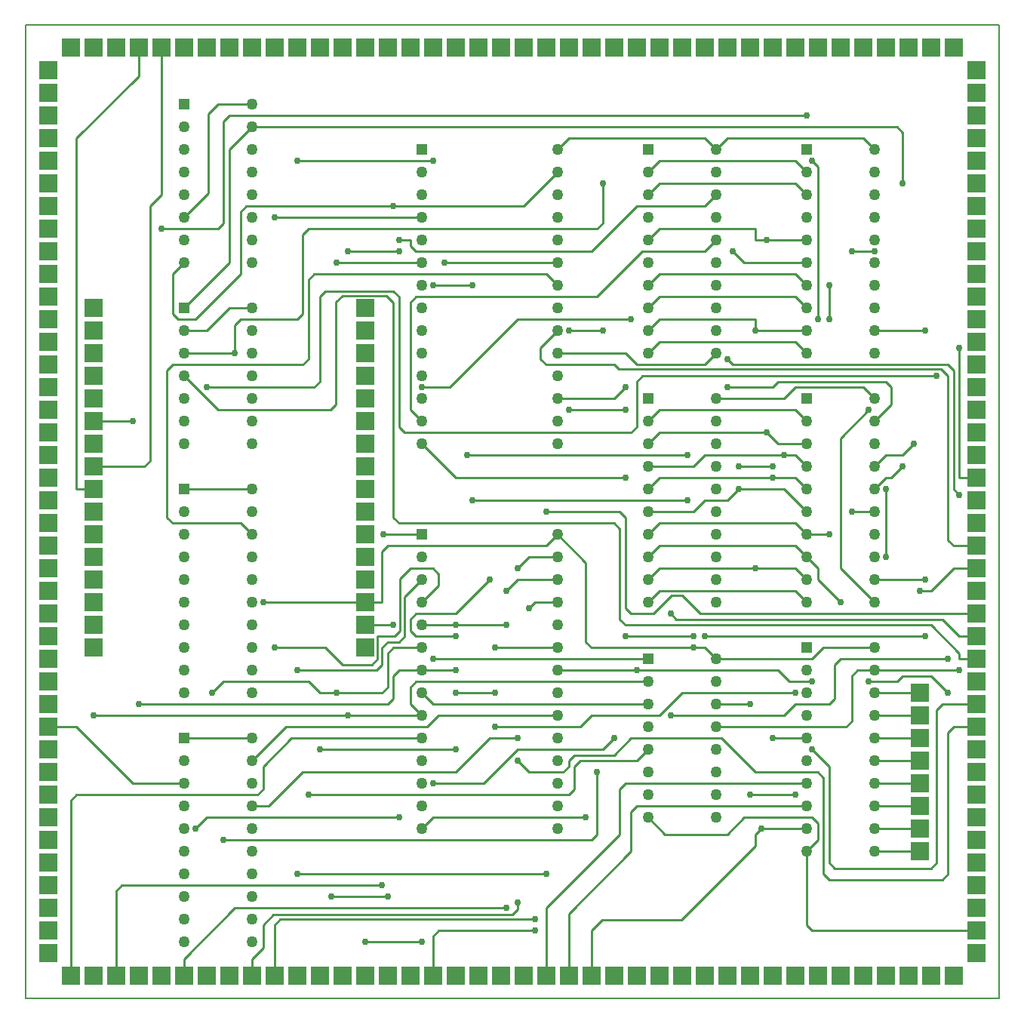
<source format=gbr>
G04 PROTEUS GERBER X2 FILE*
%TF.GenerationSoftware,Labcenter,Proteus,8.13-SP0-Build31525*%
%TF.CreationDate,2022-07-19T01:12:19+00:00*%
%TF.FileFunction,Copper,L1,Top*%
%TF.FilePolarity,Positive*%
%TF.Part,Single*%
%TF.SameCoordinates,{d59f61b6-e7c8-4c59-9098-5d1a923f3759}*%
%FSLAX45Y45*%
%MOMM*%
G01*
%TA.AperFunction,Conductor*%
%ADD10C,0.254000*%
%TA.AperFunction,ViaPad*%
%ADD11C,0.762000*%
%TA.AperFunction,ComponentPad*%
%ADD12R,2.032000X2.032000*%
%TA.AperFunction,ComponentPad*%
%ADD13R,1.270000X1.270000*%
%ADD14C,1.270000*%
%TA.AperFunction,Profile*%
%ADD15C,0.203200*%
%TD.AperFunction*%
D10*
X-1270000Y+2794000D02*
X-1143000Y+2794000D01*
X-1143000Y+2730500D01*
X-1079500Y+2667000D01*
X+889000Y+2667000D01*
X+1397000Y+3175000D01*
X+2158999Y+3175000D01*
X+2286000Y+3302000D01*
X+2286000Y+3302001D01*
X-1016000Y+1143000D02*
X-698500Y+1143000D01*
X+63500Y+1905000D01*
X+1333500Y+1905000D01*
X+2286000Y+2794000D02*
X+2159000Y+2667000D01*
X+1460500Y+2667000D01*
X+952500Y+2159000D01*
X-1079500Y+2159000D01*
X-1143000Y+2095500D01*
X-1143000Y+889000D01*
X-1016000Y+762000D01*
X+1270000Y+1143000D02*
X+1143000Y+1016000D01*
X+508000Y+1016000D01*
X+635000Y+889000D02*
X+1270000Y+889000D01*
X+508000Y+1524000D02*
X+1270000Y+1524000D01*
X+1397000Y+1397000D01*
X+2159000Y+1397000D01*
X+2286000Y+1524000D01*
X+1968500Y+381000D02*
X-508000Y+381000D01*
X-889000Y-3302000D02*
X-317500Y-3302000D01*
X+63500Y-2921000D01*
X+1016000Y-2921000D01*
X+1143000Y-2794000D01*
X+1968500Y-127000D02*
X-444500Y-127000D01*
X+2032000Y-1651000D02*
X+1270000Y-1651000D01*
X-1016000Y-2794000D02*
X-2476500Y-2794000D01*
X-2794000Y-3111500D01*
X-2794000Y-3365500D01*
X-2857500Y-3429000D01*
X-4889500Y-3429000D01*
X-4953000Y-3492500D01*
X-4953000Y-5461000D01*
X-889000Y-1905000D02*
X+1524000Y-1905000D01*
X+381000Y-4318000D02*
X-2413000Y-4318000D01*
X-2159000Y-2921000D02*
X-635000Y-2921000D01*
X-190500Y-1778000D02*
X+508000Y-1778000D01*
X-635000Y-2286000D02*
X-190500Y-2286000D01*
X-762000Y+2540000D02*
X+508000Y+2540000D01*
X-63500Y-1143000D02*
X+63501Y-1015999D01*
X+508000Y-1016000D01*
X+508000Y-1015999D01*
X-1651000Y-5080000D02*
X-1016000Y-5080000D01*
X-1397000Y-4572000D02*
X-2032000Y-4572000D01*
X-1447801Y-508000D02*
X-1016000Y-508000D01*
X-1016000Y-2540000D02*
X-1143000Y-2413000D01*
X-1143000Y-2222500D01*
X-1079500Y-2159000D01*
X+1524000Y-2159000D01*
X-1968500Y-2540000D02*
X-1841500Y-2540000D01*
X-1841500Y+2667000D02*
X-1270000Y+2667000D01*
X-1016000Y-2540000D02*
X-1841500Y-2540000D01*
X-1968500Y-2540000D02*
X-4699000Y-2540000D01*
X-1016000Y-2286000D02*
X-889000Y-2413000D01*
X+1524000Y-2413000D01*
X-1460500Y-4445000D02*
X-4381500Y-4445000D01*
X-4445000Y-4508500D01*
X-4445000Y-5461000D01*
X-1016000Y-2032000D02*
X-1270000Y-2032000D01*
X-1333500Y-2095500D01*
X-1333500Y-2349500D01*
X-1397000Y-2413000D01*
X-4191000Y-2413000D01*
X-1079500Y-1397000D02*
X-635000Y-1397000D01*
X-254000Y-1016000D01*
X-889000Y+2286000D02*
X-444500Y+2286000D01*
X-1016000Y-2032000D02*
X-635000Y-2032000D01*
X-1079500Y-1397000D02*
X-1143000Y-1460500D01*
X-1143000Y-1587500D01*
X-1079500Y-1651000D01*
X-635000Y-1651000D01*
X-1968500Y-2286000D02*
X-1460500Y-2286000D01*
X-1397000Y-2222500D01*
X-1397000Y-1841500D01*
X-1333500Y-1778000D01*
X-1016000Y-1778000D01*
X-2159000Y-2286000D02*
X-2286000Y-2159000D01*
X-3238500Y-2159000D01*
X-3365500Y-2286000D01*
X-1968500Y+2540000D02*
X-1016000Y+2540000D01*
X-2159000Y-2286000D02*
X-1968500Y-2286000D01*
X-635000Y-1524000D02*
X-63500Y-1524000D01*
X-63500Y-4699000D02*
X-3111500Y-4699000D01*
X-3683000Y-5270500D01*
X-3683000Y-5461000D01*
X-635000Y-1524000D02*
X-1016000Y-1524000D01*
X-2667000Y+3048000D02*
X-1016000Y+3048000D01*
X-2667000Y-1778000D02*
X-2095500Y-1778000D01*
X-1905000Y-1968500D01*
X-1574800Y-1968500D01*
X-1511300Y-1905000D01*
X-1511300Y-1651000D01*
X-1320800Y-1651000D01*
X-1257300Y-1587500D01*
X-1257300Y-1003300D01*
X-1143000Y-889000D01*
X-889000Y-889000D01*
X-825500Y-952500D01*
X-825500Y-1079500D01*
X-1016000Y-1270000D01*
X-2413000Y-2032000D02*
X-1524000Y-2032000D01*
X-1460500Y-1968500D01*
X-1460500Y-1778000D01*
X-1397000Y-1714500D01*
X-1270000Y-1714500D01*
X-1206500Y-1651000D01*
X-1206500Y-1206500D01*
X-1016000Y-1016000D01*
X-889000Y+3683000D02*
X-2413000Y+3683000D01*
X+190500Y-1333500D02*
X+254001Y-1269999D01*
X+508000Y-1270000D01*
X+508000Y-1269999D01*
X+63500Y-4635500D02*
X+63500Y-4711700D01*
X+0Y-4775200D01*
X-2679700Y-4775200D01*
X-2794000Y-4889500D01*
X-2794000Y-5143500D01*
X-2921000Y-5270500D01*
X-2921000Y-5461000D01*
X+254000Y-4826000D02*
X-2603500Y-4826000D01*
X-2667000Y-4889500D01*
X-2667000Y-5461000D01*
X+3365500Y+3683000D02*
X+3429000Y+3619500D01*
X+3429000Y+1905000D01*
X+3302000Y+762000D02*
X+3175000Y+889000D01*
X+1651000Y+889000D01*
X+1524000Y+762000D01*
X+254000Y-4953000D02*
X-825500Y-4953000D01*
X-889000Y-5016500D01*
X-889000Y-5461000D01*
X+3175000Y-3429000D02*
X+2667000Y-3429000D01*
X+3302000Y+3556000D02*
X+3175000Y+3683000D01*
X+1651000Y+3683000D01*
X+1524000Y+3556000D01*
X+3302000Y+508000D02*
X+2984500Y+508000D01*
X+2857500Y+635000D01*
X+3175000Y-2286000D02*
X+1905000Y-2286000D01*
X+1651000Y-2540000D01*
X+889000Y-2540000D01*
X+762000Y-2667000D01*
X-190500Y-2667000D01*
X+2857500Y+635000D02*
X+1651000Y+635000D01*
X+1524000Y+508000D01*
X+3302000Y+3302000D02*
X+3175000Y+3429000D01*
X+1651000Y+3429000D01*
X+1524000Y+3302000D01*
X+3048000Y+381000D02*
X+2159000Y+381000D01*
X+2032000Y+254000D01*
X+1524000Y+254000D01*
X+3048000Y+381000D02*
X+3175000Y+381000D01*
X+3302000Y+254000D01*
X+2857500Y+2794000D02*
X+3302000Y+2794000D01*
X+2730500Y+2921000D02*
X+1651000Y+2921000D01*
X+1524000Y+2794000D01*
X+2921000Y-2794000D02*
X+3302000Y-2794000D01*
X+2730500Y+2921000D02*
X+2730500Y+2794000D01*
X+2857500Y+2794000D01*
X+2921000Y+127000D02*
X+1651000Y+127000D01*
X+1524000Y+0D01*
X+2921000Y+127000D02*
X+3175000Y+127000D01*
X+3302000Y+0D01*
X+2540000Y+0D02*
X+2413000Y-127000D01*
X+2159000Y-127000D01*
X+2032000Y-254000D01*
X+1524000Y-254000D01*
X+2476500Y+2667000D02*
X+2603500Y+2540000D01*
X+3302000Y+2540000D01*
X+2540000Y+0D02*
X+3048000Y+0D01*
X+3302000Y-254000D01*
X+2540000Y+254000D02*
X+2921000Y+254000D01*
X+3302000Y-3302000D02*
X+1270000Y-3302000D01*
X+1206500Y-3365500D01*
X+1206500Y-3873500D01*
X+381000Y-4699000D01*
X+381000Y-5461000D01*
X+3556000Y+2286000D02*
X+3556000Y+1905000D01*
X+3302000Y+2286000D02*
X+3175000Y+2413000D01*
X+1651000Y+2413000D01*
X+1524000Y+2286000D01*
X+3302000Y-508000D02*
X+3556000Y-508000D01*
X+3302000Y-508000D02*
X+3175000Y-381000D01*
X+1651000Y-381000D01*
X+1524000Y-508000D01*
X+3302000Y-3556000D02*
X+1397000Y-3556000D01*
X+1333500Y-3619500D01*
X+1333500Y-4064000D01*
X+635000Y-4762500D01*
X+635000Y-5461000D01*
X+3302000Y-762000D02*
X+3429000Y-889000D01*
X+3429000Y-1016000D01*
X+3683000Y-1270000D01*
X+3302000Y+2032000D02*
X+3175000Y+2159000D01*
X+1651000Y+2159000D01*
X+1524000Y+2032000D01*
X+3302000Y-762000D02*
X+3175000Y-635000D01*
X+1651000Y-635000D01*
X+1524000Y-762000D01*
X+2730500Y-4000500D02*
X+1902843Y-4828157D01*
X+1013843Y-4828157D01*
X+889000Y-4953000D01*
X+889000Y-5461000D01*
X+2730500Y+1905000D02*
X+1651000Y+1905000D01*
X+1524000Y+1778000D01*
X+2730500Y-4000500D02*
X+2730500Y-3873500D01*
X+2794000Y-3810000D01*
X+2730500Y+1778000D02*
X+3302000Y+1778000D01*
X+2794000Y-3810000D02*
X+3302000Y-3810000D01*
X+2730500Y+1905000D02*
X+2730500Y+1778000D01*
X+2730500Y-889000D02*
X+1651000Y-889000D01*
X+1524000Y-1016000D01*
X+2730500Y-889000D02*
X+3175000Y-889000D01*
X+3302000Y-1016000D01*
X+4064000Y-2285999D02*
X+4064000Y-2286000D01*
X+4254500Y-2285999D01*
X+4254501Y-2286000D01*
X+4572000Y-2286000D01*
X+4508500Y+508000D02*
X+4381500Y+381000D01*
X+4191000Y+381000D01*
X+4064000Y+254000D01*
X+4572000Y-2540000D02*
X+4571999Y-2539999D01*
X+4318000Y-2539999D01*
X+4317999Y-2540000D01*
X+4064000Y-2540000D01*
X+4381500Y+254000D02*
X+4254500Y+127000D01*
X+4191000Y+127000D01*
X+4064000Y+0D01*
X+4572000Y-2794000D02*
X+4571999Y-2793999D01*
X+4318000Y-2793999D01*
X+4317999Y-2794000D01*
X+4064000Y-2794000D01*
X+3810000Y-254000D02*
X+4064000Y-254000D01*
X+4064000Y+2667000D02*
X+3810000Y+2667000D01*
X+4064000Y-3048000D02*
X+4317999Y-3048000D01*
X+4318000Y-3047999D01*
X+4571999Y-3047999D01*
X+4572000Y-3048000D01*
X+4572000Y-3302000D02*
X+4571999Y-3301999D01*
X+4318000Y-3301999D01*
X+4317999Y-3302000D01*
X+4064000Y-3302000D01*
X+4191000Y-762000D02*
X+4191000Y+0D01*
X+4572000Y-3556000D02*
X+4571999Y-3555999D01*
X+4318000Y-3555999D01*
X+4317999Y-3556000D01*
X+4064000Y-3556000D01*
X+4635500Y+1778000D02*
X+4064000Y+1778000D01*
X+4064000Y-1016000D02*
X+4635500Y-1016000D01*
X+4572000Y-3810000D02*
X+4571999Y-3809999D01*
X+4318000Y-3809999D01*
X+4317999Y-3810000D01*
X+4064000Y-3810000D01*
X+4064000Y-1270000D02*
X+3683000Y-889000D01*
X+3683000Y+571500D01*
X+4000500Y+889000D01*
X+4064000Y-4064000D02*
X+4317999Y-4064000D01*
X+4318000Y-4063999D01*
X+4571999Y-4063999D01*
X+4572000Y-4064000D01*
X+3302000Y-4064000D02*
X+3302000Y-4889500D01*
X+3365500Y-4953000D01*
X+5207000Y-4953000D01*
X-3683000Y+2540000D02*
X-3810000Y+2413000D01*
X-3810000Y+1968500D01*
X-3746500Y+1905000D01*
X-3556000Y+1905000D01*
X-3048000Y+2413000D01*
X-3048000Y+3111500D01*
X-2984500Y+3175000D01*
X-1333500Y+3175000D01*
X+1524000Y-3683000D02*
X+1714500Y-3873500D01*
X+2413000Y-3873500D01*
X+2603500Y-3683000D01*
X+3365500Y-3683000D01*
X+3429000Y-3746500D01*
X+3429000Y-3937000D01*
X+3302000Y-4064000D01*
X+1524000Y+1524000D02*
X+1651000Y+1651000D01*
X+3175000Y+1651000D01*
X+3302000Y+1524000D01*
X-1016000Y-3810000D02*
X-889000Y-3683000D01*
X+825500Y-3683000D01*
X+508000Y+3556001D02*
X+508000Y+3556000D01*
X+126999Y+3175000D01*
X-1333500Y+3175000D01*
X-1333500Y-1524000D02*
X-1651000Y-1524000D01*
X-1270000Y-3683000D02*
X-3429000Y-3683000D01*
X-3556000Y-3810000D01*
X-1016000Y+508000D02*
X-635000Y+127000D01*
X+1270000Y+127000D01*
X+2032000Y-1143000D02*
X+2159000Y-1143000D01*
X+1524000Y-1270000D02*
X+1651000Y-1143000D01*
X+2032000Y-1143000D01*
X+2159000Y-1143000D02*
X+3175000Y-1143000D01*
X+3302000Y-1270000D01*
X-4254500Y+762000D02*
X-4699000Y+762000D01*
X-4699000Y+0D02*
X-4889500Y+0D01*
X-4889500Y+3937000D01*
X-4191000Y+4635500D01*
X-4191000Y+4953000D01*
X-4699000Y+254000D02*
X-4127500Y+254000D01*
X-4064000Y+317500D01*
X-4064000Y+3175000D01*
X-3937000Y+3302000D01*
X-3937000Y+4953000D01*
X-3937000Y+2921000D02*
X-3302000Y+2921000D01*
X-3238500Y+2984500D01*
X-3238500Y+4127500D01*
X-3175000Y+4191000D01*
X+3302000Y+4191000D01*
X-3683000Y-3302000D02*
X-4254500Y-3302000D01*
X-4889500Y-2667000D01*
X-5207000Y-2667000D01*
X+1524000Y-2921000D02*
X+1397000Y-3048000D01*
X+762000Y-3048000D01*
X+698500Y-3111500D01*
X+698500Y-3365500D01*
X+635000Y-3429000D01*
X-2286000Y-3429000D01*
X+1778000Y-2540000D02*
X+3048000Y-2540000D01*
X+3175000Y-2413000D01*
X+3556000Y-2413000D01*
X+3619500Y-2349500D01*
X+3619500Y-1968500D01*
X+3683000Y-1905000D01*
X+4889500Y-1905000D01*
X+2159000Y-1651000D02*
X+4635500Y-1651000D01*
X+5016500Y+1587500D02*
X+5016500Y+127000D01*
X+5207000Y+127000D01*
X+2413000Y+1143000D02*
X+2921000Y+1143000D01*
X+2984500Y+1206500D01*
X+4191000Y+1206500D01*
X+4254500Y+1143000D01*
X+4254500Y+952501D01*
X+4064000Y+762000D01*
X+4064000Y+762001D01*
X+5016500Y-63500D02*
X+4953000Y+0D01*
X+4953000Y+1333500D01*
X+4889500Y+1397000D01*
X+2476500Y+1397000D01*
X+2413000Y+1460500D01*
X+2667000Y-2413000D02*
X+2666999Y-2412999D01*
X+2286000Y-2413000D01*
X+2286000Y-2412999D01*
X+4064000Y-2032000D02*
X+3873501Y-2031999D01*
X+3810000Y-2095500D01*
X+3810000Y-2603500D01*
X+3746500Y-2667000D01*
X+2286000Y-2667000D01*
X+4064000Y-2031999D02*
X+4064000Y-2032000D01*
X+5016499Y-2031999D01*
X+5016500Y-2032000D01*
X-2921000Y-3047999D02*
X-2921000Y-3048000D01*
X-2540001Y-2667000D01*
X-952500Y-2667000D01*
X-825500Y-2540000D01*
X+508000Y-2540000D01*
X+1778000Y-1397000D02*
X+1841500Y-1460500D01*
X+4826000Y-1460500D01*
X+5016500Y-1651000D01*
X+5207000Y-1651000D01*
X-3683000Y+1270000D02*
X-3302000Y+889000D01*
X-2036833Y+889000D01*
X-1973333Y+952500D01*
X-1973333Y+2103367D01*
X-1905000Y+2171700D01*
X-1409700Y+2171700D01*
X-1333500Y+2095500D01*
X-1333500Y-317500D01*
X-1270000Y-381000D01*
X+1143000Y-381000D01*
X+1206500Y-444500D01*
X+1206500Y-1460500D01*
X+1270000Y-1524000D01*
X+4699000Y-1524000D01*
X+5016500Y-1841500D01*
X+5016500Y-1905000D01*
X+5207000Y-1905000D01*
X-3429000Y+1143000D02*
X-2222500Y+1143000D01*
X-2159000Y+1206500D01*
X-2159000Y+2159000D01*
X-2095500Y+2222500D01*
X-1333500Y+2222500D01*
X-1270000Y+2159000D01*
X-1270000Y+698500D01*
X-1206500Y+635000D01*
X+1333500Y+635000D01*
X+1397000Y+698500D01*
X+1397000Y+1206500D01*
X+1460500Y+1270000D01*
X+4762500Y+1270000D01*
X+952500Y-3175000D02*
X+952500Y-3873500D01*
X+889000Y-3937000D01*
X-3238500Y-3937000D01*
X+1651000Y-2032000D02*
X+1397000Y-2032000D01*
X+3365500Y-2921000D02*
X+3556000Y-3111500D01*
X+3556000Y-4191000D01*
X+3619500Y-4254500D01*
X+4699000Y-4254500D01*
X+4762500Y-4191000D01*
X+4762500Y-2476500D01*
X+4826000Y-2413000D01*
X+5207000Y-2413000D01*
X+1651000Y-2032000D02*
X+2984500Y-2032000D01*
X+3111500Y-2159000D01*
X+3365500Y-2159000D01*
X+508000Y-2032000D02*
X+1397000Y-2032000D01*
X+63500Y-889000D02*
X+190501Y-761999D01*
X+508000Y-762000D01*
X+508000Y-761999D01*
X+63500Y-2794000D02*
X-254000Y-2794000D01*
X-635000Y-3175000D01*
X-2349500Y-3175000D01*
X-2730500Y-3556000D01*
X-2921000Y-3556000D01*
X+63500Y-3048000D02*
X+190500Y-3175000D01*
X+571500Y-3175000D01*
X+635000Y-3111500D01*
X+635000Y-3048000D01*
X+698500Y-2984500D01*
X+1143000Y-2984500D01*
X+1333500Y-2794000D01*
X+2349500Y-2794000D01*
X+2730500Y-3175000D01*
X+3429000Y-3175000D01*
X+3492500Y-3238500D01*
X+3492500Y-4318000D01*
X+3556000Y-4381500D01*
X+4826000Y-4381500D01*
X+4889500Y-4318000D01*
X+4889500Y-2730500D01*
X+4953000Y-2667000D01*
X+5207000Y-2667000D01*
X+508000Y+1778000D02*
X+317500Y+1587500D01*
X+317500Y+1460500D01*
X+381000Y+1397000D01*
X+1143000Y+1397000D01*
X+1193800Y+1346200D01*
X+4813300Y+1346200D01*
X+4889500Y+1270000D01*
X+4889500Y-571500D01*
X+4953000Y-635000D01*
X+5207000Y-635000D01*
X-3111500Y+1524000D02*
X-3111500Y+1841500D01*
X-3048000Y+1905000D01*
X-2413000Y+1905000D01*
X-2349500Y+1968500D01*
X-2349500Y+2857500D01*
X-2286000Y+2921000D01*
X+952500Y+2921000D01*
X+1016000Y+2984500D01*
X+1016000Y+3429000D01*
X-3111500Y+1524000D02*
X-3683000Y+1524000D01*
X+635000Y+1778000D02*
X+1016000Y+1778000D01*
X-2921000Y+4064000D02*
X-3175000Y+3810001D01*
X-3175000Y+2540000D01*
X-3683000Y+2032000D01*
X+4572000Y-1143000D02*
X+4699000Y-1143000D01*
X+4953000Y-889000D01*
X+5207000Y-889000D01*
X-2921000Y+4064001D02*
X-2921000Y+4064000D01*
X+4317999Y+4064001D01*
X+4381500Y+4000500D01*
X+4381500Y+3429000D01*
X+508000Y+2286000D02*
X+381000Y+2413000D01*
X-2222500Y+2413000D01*
X-2286000Y+2349500D01*
X-2286000Y+1460500D01*
X-2349500Y+1397000D01*
X-3810000Y+1397000D01*
X-3873500Y+1333500D01*
X-3873500Y-317500D01*
X-3810000Y-381000D01*
X-3047999Y-381000D01*
X-2921000Y-508000D01*
X-2921000Y-507999D01*
X+381000Y-254000D02*
X+1206500Y-254000D01*
X+1270000Y-317500D01*
X+1270000Y-1333500D01*
X+1333500Y-1397000D01*
X+1587500Y-1397000D01*
X+1790700Y-1193800D01*
X+1905000Y-1193800D01*
X+2108200Y-1397000D01*
X+5207000Y-1397000D01*
X-1651000Y-1270000D02*
X-1460500Y-1270000D01*
X-1460500Y-698500D01*
X-1397000Y-635000D01*
X+381000Y-635000D01*
X+508000Y-508000D01*
X-3683000Y+3048000D02*
X-3407388Y+3323612D01*
X-3407388Y+4212612D01*
X-3302000Y+4318000D01*
X-2921000Y+4318000D01*
X+2286000Y-1905000D02*
X+3365500Y-1905000D01*
X+3492500Y-1778000D01*
X+4064000Y-1778000D01*
X+2286000Y+3810000D02*
X+2413000Y+3937000D01*
X+3937000Y+3937000D01*
X+4064000Y+3810000D01*
X+2286000Y+3810000D02*
X+2159000Y+3937000D01*
X+635000Y+3937000D01*
X+508000Y+3810000D01*
X-3683000Y+1778000D02*
X-3429000Y+1778000D01*
X-3175000Y+2032000D01*
X-2921000Y+2032000D01*
X+4889500Y-2286000D02*
X+4699000Y-2095500D01*
X+4381500Y-2095500D01*
X+4318000Y-2159000D01*
X+4000500Y-2159000D01*
X+508000Y-508000D02*
X+825500Y-825500D01*
X+825500Y-1714500D01*
X+889000Y-1778000D01*
X+2032000Y-1778000D01*
X+4064000Y+1016000D02*
X+3937000Y+1143000D01*
X+3175000Y+1143000D01*
X+3048000Y+1016000D01*
X+2286000Y+1016000D01*
X-1651000Y-1270000D02*
X-2794000Y-1270000D01*
X-3683000Y+0D02*
X-2921000Y+0D01*
X-2921000Y-2794000D02*
X-3683000Y-2794000D01*
X+2286000Y-1905000D02*
X+2159000Y-1778000D01*
X+2032000Y-1778000D01*
D11*
X-1270000Y+2794000D03*
X+1333500Y+1905000D03*
X-1016000Y+1143000D03*
X+1270000Y+1143000D03*
X+1270000Y+889000D03*
X+635000Y+889000D03*
X-508000Y+381000D03*
X+1968500Y+381000D03*
X+1143000Y-2794000D03*
X-889000Y-3302000D03*
X-444500Y-127000D03*
X+1968500Y-127000D03*
X+1270000Y-1651000D03*
X+2032000Y-1651000D03*
X-889000Y-1905000D03*
X-2413000Y-4318000D03*
X+381000Y-4318000D03*
X-635000Y-2921000D03*
X-2159000Y-2921000D03*
X-190500Y-1778000D03*
X-190500Y-2286000D03*
X-762000Y+2540000D03*
X-635000Y-2286000D03*
X-63500Y-1143000D03*
X-1016000Y-5080000D03*
X-1651000Y-5080000D03*
X-2032000Y-4572000D03*
X-1397000Y-4572000D03*
X-1447801Y-508000D03*
X-1270000Y+2667000D03*
X-1841500Y+2667000D03*
X-1841500Y-2540000D03*
X-4699000Y-2540000D03*
X-1460500Y-4445000D03*
X-4191000Y-2413000D03*
X-254000Y-1016000D03*
X-444500Y+2286000D03*
X-889000Y+2286000D03*
X-635000Y-2032000D03*
X-635000Y-1651000D03*
X-3365500Y-2286000D03*
X-1968500Y+2540000D03*
X-1968500Y-2286000D03*
X-63500Y-1524000D03*
X-63500Y-4699000D03*
X-635000Y-1524000D03*
X-2667000Y+3048000D03*
X-2667000Y-1778000D03*
X-2413000Y-2032000D03*
X-2413000Y+3683000D03*
X-889000Y+3683000D03*
X+190500Y-1333500D03*
X+63500Y-4635500D03*
X+254000Y-4826000D03*
X+3429000Y+1905000D03*
X+3365500Y+3683000D03*
X+254000Y-4953000D03*
X+2667000Y-3429000D03*
X+3175000Y-3429000D03*
X-190500Y-2667000D03*
X+3175000Y-2286000D03*
X+2857500Y+635000D03*
X+3048000Y+381000D03*
X+2857500Y+2794000D03*
X+2921000Y-2794000D03*
X+2921000Y+127000D03*
X+2921000Y+254000D03*
X+2540000Y+254000D03*
X+2540000Y+0D03*
X+2476500Y+2667000D03*
X+3556000Y+1905000D03*
X+3556000Y+2286000D03*
X+3556000Y-508000D03*
X+3683000Y-1270000D03*
X+2794000Y-3810000D03*
X+2730500Y+1778000D03*
X+2730500Y-889000D03*
X+4508500Y+508000D03*
X+4381500Y+254000D03*
X+3810000Y-254000D03*
X+3810000Y+2667000D03*
X+4064000Y+2667000D03*
X+4191000Y+0D03*
X+4191000Y-762000D03*
X+4635500Y+1778000D03*
X+4635500Y-1016000D03*
X+4000500Y+889000D03*
X+825500Y-3683000D03*
X-1333500Y-1524000D03*
X-3556000Y-3810000D03*
X-1270000Y-3683000D03*
X+1270000Y+127000D03*
X-1333500Y+3175000D03*
X-4254500Y+762000D03*
X+3302000Y+4191000D03*
X-3937000Y+2921000D03*
X-2286000Y-3429000D03*
X+4889500Y-1905000D03*
X+1778000Y-2540000D03*
X+4635500Y-1651000D03*
X+2159000Y-1651000D03*
X+5016500Y+1587500D03*
X+2413000Y+1460500D03*
X+5016500Y-63500D03*
X+2667000Y-2413000D03*
X+2413000Y+1143000D03*
X+5016500Y-2032000D03*
X+1778000Y-1397000D03*
X+4762500Y+1270000D03*
X-3429000Y+1143000D03*
X-3238500Y-3937000D03*
X+952500Y-3175000D03*
X+1397000Y-2032000D03*
X+3365500Y-2921000D03*
X+3365500Y-2159000D03*
X+63500Y-889000D03*
X+63500Y-3048000D03*
X+63500Y-2794000D03*
X+1016000Y+3429000D03*
X+1016000Y+1778000D03*
X+635000Y+1778000D03*
X-3111500Y+1524000D03*
X+4572000Y-1143000D03*
X+4381500Y+3429000D03*
X+381000Y-254000D03*
X+4000500Y-2159000D03*
X+4889500Y-2286000D03*
X+2032000Y-1778000D03*
X-2794000Y-1270000D03*
D12*
X-2921000Y+4953000D03*
X-2667000Y+4953000D03*
X-2413000Y+4953000D03*
X-2159000Y+4953000D03*
X-1905000Y+4953000D03*
X-1651000Y+4953000D03*
X-1397000Y+4953000D03*
X-1143000Y+4953000D03*
X-889000Y+4953000D03*
X-635000Y+4953000D03*
X-381000Y+4953000D03*
X-127000Y+4953000D03*
X+127000Y+4953000D03*
X+381000Y+4953000D03*
X+635000Y+4953000D03*
X+889000Y+4953000D03*
X+1143000Y+4953000D03*
X+1397000Y+4953000D03*
X+1651000Y+4953000D03*
X+1905000Y+4953000D03*
X+2159000Y+4953000D03*
X+2413000Y+4953000D03*
X+2667000Y+4953000D03*
X+2921000Y+4953000D03*
X+3175000Y+4953000D03*
X+3429000Y+4953000D03*
X+3683000Y+4953000D03*
X+3937000Y+4953000D03*
X+4191000Y+4953000D03*
X+4445000Y+4953000D03*
X+4699000Y+4953000D03*
X+4953000Y+4953000D03*
X-4953000Y+4953000D03*
X-4699000Y+4953000D03*
X-4445000Y+4953000D03*
X-4191000Y+4953000D03*
X-3937000Y+4953000D03*
X-3683000Y+4953000D03*
X-3429000Y+4953000D03*
X-3175000Y+4953000D03*
X-4953000Y-5461000D03*
X-4699000Y-5461000D03*
X-4445000Y-5461000D03*
X-4191000Y-5461000D03*
X-3937000Y-5461000D03*
X-3683000Y-5461000D03*
X-3429000Y-5461000D03*
X-3175000Y-5461000D03*
X-2921000Y-5461000D03*
X-2667000Y-5461000D03*
X-2413000Y-5461000D03*
X-2159000Y-5461000D03*
X-1905000Y-5461000D03*
X-1651000Y-5461000D03*
X-1397000Y-5461000D03*
X-1143000Y-5461000D03*
X-889000Y-5461000D03*
X-635000Y-5461000D03*
X-381000Y-5461000D03*
X-127000Y-5461000D03*
X+127000Y-5461000D03*
X+381000Y-5461000D03*
X+635000Y-5461000D03*
X+889000Y-5461000D03*
X+1143000Y-5461000D03*
X+1397000Y-5461000D03*
X+1651000Y-5461000D03*
X+1905000Y-5461000D03*
X+2159000Y-5461000D03*
X+2413000Y-5461000D03*
X+2667000Y-5461000D03*
X+2921000Y-5461000D03*
X+3175000Y-5461000D03*
X+3429000Y-5461000D03*
X+3683000Y-5461000D03*
X+3937000Y-5461000D03*
X+4191000Y-5461000D03*
X+4445000Y-5461000D03*
X+4699000Y-5461000D03*
X+4953000Y-5461000D03*
X-5207000Y+4699000D03*
X-5207000Y+4445000D03*
X-5207000Y+4191000D03*
X-5207000Y+3937000D03*
X-5207000Y+3683000D03*
X-5207000Y+3429000D03*
X-5207000Y+3175000D03*
X-5207000Y+2921000D03*
X-5207000Y+2667000D03*
X-5207000Y+2413000D03*
X-5207000Y+2159000D03*
X-5207000Y+1905000D03*
X-5207000Y+1651000D03*
X-5207000Y+1397000D03*
X-5207000Y+1143000D03*
X-5207000Y+889000D03*
X-5207000Y+635000D03*
X-5207000Y+381000D03*
X-5207000Y+127000D03*
X-5207000Y-127000D03*
X-5207000Y-381000D03*
X-5207000Y-635000D03*
X-5207000Y-889000D03*
X-5207000Y-1143000D03*
X-5207000Y-1397000D03*
X-5207000Y-1651000D03*
X-5207000Y-1905000D03*
X-5207000Y-2159000D03*
X-5207000Y-2413000D03*
X-5207000Y-2667000D03*
X-5207000Y-2921000D03*
X-5207000Y-3175000D03*
X-5207000Y-3429000D03*
X-5207000Y-3683000D03*
X-5207000Y-3937000D03*
X-5207000Y-4191000D03*
X-5207000Y-4445000D03*
X-5207000Y-4699000D03*
X-5207000Y-4953000D03*
X-5207000Y-5207000D03*
X+5207000Y+4699000D03*
X+5207000Y+4445000D03*
X+5207000Y+4191000D03*
X+5207000Y+3937000D03*
X+5207000Y+3683000D03*
X+5207000Y+3429000D03*
X+5207000Y+3175000D03*
X+5207000Y+2921000D03*
X+5207000Y+2667000D03*
X+5207000Y+2413000D03*
X+5207000Y+2159000D03*
X+5207000Y+1905000D03*
X+5207000Y+1651000D03*
X+5207000Y+1397000D03*
X+5207000Y+1143000D03*
X+5207000Y+889000D03*
X+5207000Y+635000D03*
X+5207000Y+381000D03*
X+5207000Y+127000D03*
X+5207000Y-127000D03*
X+5207000Y-381000D03*
X+5207000Y-635000D03*
X+5207000Y-889000D03*
X+5207000Y-1143000D03*
X+5207000Y-1397000D03*
X+5207000Y-1651000D03*
X+5207000Y-1905000D03*
X+5207000Y-2159000D03*
X+5207000Y-2413000D03*
X+5207000Y-2667000D03*
X+5207000Y-2921000D03*
X+5207000Y-3175000D03*
X+5207000Y-3429000D03*
X+5207000Y-3683000D03*
X+5207000Y-3937000D03*
X+5207000Y-4191000D03*
X+5207000Y-4445000D03*
X+5207000Y-4699000D03*
X+5207000Y-4953000D03*
X+5207000Y-5207000D03*
X-1651000Y-1778000D03*
X-1651000Y-1524000D03*
X-1651000Y-1270000D03*
X-1651000Y-1016000D03*
X-1651000Y-762000D03*
X-1651000Y-508000D03*
X-1651000Y-254000D03*
X-1651000Y+0D03*
X-4699000Y-1778000D03*
X-4699000Y-1524000D03*
X-4699000Y-1270000D03*
X-4699000Y-1016000D03*
X-4699000Y-762000D03*
X-4699000Y-508000D03*
X-4699000Y-254000D03*
X-4699000Y+0D03*
X-4699000Y+254000D03*
X-4699000Y+508000D03*
X-4699000Y+762000D03*
X-4699000Y+1016000D03*
X-4699000Y+1270000D03*
X-4699000Y+1524000D03*
X-4699000Y+1778000D03*
X-4699000Y+2032000D03*
X-1651000Y+254000D03*
X-1651000Y+508000D03*
X-1651000Y+762000D03*
X-1651000Y+1016000D03*
X-1651000Y+1270000D03*
X-1651000Y+1524000D03*
X-1651000Y+1778000D03*
X-1651000Y+2032000D03*
D13*
X-3683000Y+4318000D03*
D14*
X-3683000Y+4064000D03*
X-3683000Y+3810000D03*
X-3683000Y+3556000D03*
X-3683000Y+3302000D03*
X-3683000Y+3048000D03*
X-3683000Y+2794000D03*
X-3683000Y+2540000D03*
X-2921000Y+2540000D03*
X-2921000Y+2794000D03*
X-2921000Y+3048000D03*
X-2921000Y+3302000D03*
X-2921000Y+3556000D03*
X-2921000Y+3810000D03*
X-2921000Y+4064000D03*
X-2921000Y+4318000D03*
D13*
X-3683000Y+2032000D03*
D14*
X-3683000Y+1778000D03*
X-3683000Y+1524000D03*
X-3683000Y+1270000D03*
X-3683000Y+1016000D03*
X-3683000Y+762000D03*
X-3683000Y+508000D03*
X-2921000Y+508000D03*
X-2921000Y+762000D03*
X-2921000Y+1016000D03*
X-2921000Y+1270000D03*
X-2921000Y+1524000D03*
X-2921000Y+1778000D03*
X-2921000Y+2032000D03*
D13*
X-3683000Y+0D03*
D14*
X-3683000Y-254000D03*
X-3683000Y-508000D03*
X-3683000Y-762000D03*
X-3683000Y-1016000D03*
X-3683000Y-1270000D03*
X-3683000Y-1524000D03*
X-3683000Y-1778000D03*
X-3683000Y-2032000D03*
X-3683000Y-2286000D03*
X-2921000Y-2286000D03*
X-2921000Y-2032000D03*
X-2921000Y-1778000D03*
X-2921000Y-1524000D03*
X-2921000Y-1270000D03*
X-2921000Y-1016000D03*
X-2921000Y-762000D03*
X-2921000Y-508000D03*
X-2921000Y-254000D03*
X-2921000Y+0D03*
D13*
X-3683000Y-2794000D03*
D14*
X-3683000Y-3048000D03*
X-3683000Y-3302000D03*
X-3683000Y-3556000D03*
X-3683000Y-3810000D03*
X-3683000Y-4064000D03*
X-3683000Y-4318000D03*
X-3683000Y-4572000D03*
X-3683000Y-4826000D03*
X-3683000Y-5080000D03*
X-2921000Y-5080000D03*
X-2921000Y-4826000D03*
X-2921000Y-4572000D03*
X-2921000Y-4318000D03*
X-2921000Y-4064000D03*
X-2921000Y-3810000D03*
X-2921000Y-3556000D03*
X-2921000Y-3302000D03*
X-2921000Y-3048000D03*
X-2921000Y-2794000D03*
D13*
X-1016000Y+3810000D03*
D14*
X-1016000Y+3556000D03*
X-1016000Y+3302000D03*
X-1016000Y+3048000D03*
X-1016000Y+2794000D03*
X-1016000Y+2540000D03*
X-1016000Y+2286000D03*
X-1016000Y+2032000D03*
X-1016000Y+1778000D03*
X-1016000Y+1524000D03*
X-1016000Y+1270000D03*
X-1016000Y+1016000D03*
X-1016000Y+762000D03*
X-1016000Y+508000D03*
X+508000Y+508000D03*
X+508000Y+762000D03*
X+508000Y+1016000D03*
X+508000Y+1270000D03*
X+508000Y+1524000D03*
X+508000Y+1778000D03*
X+508000Y+2032000D03*
X+508000Y+2286000D03*
X+508000Y+2540000D03*
X+508000Y+2794000D03*
X+508000Y+3048000D03*
X+508000Y+3302000D03*
X+508000Y+3556000D03*
X+508000Y+3810000D03*
D13*
X-1016000Y-508000D03*
D14*
X-1016000Y-762000D03*
X-1016000Y-1016000D03*
X-1016000Y-1270000D03*
X-1016000Y-1524000D03*
X-1016000Y-1778000D03*
X-1016000Y-2032000D03*
X-1016000Y-2286000D03*
X-1016000Y-2540000D03*
X-1016000Y-2794000D03*
X-1016000Y-3048000D03*
X-1016000Y-3302000D03*
X-1016000Y-3556000D03*
X-1016000Y-3810000D03*
X+508000Y-3810000D03*
X+508000Y-3556000D03*
X+508000Y-3302000D03*
X+508000Y-3048000D03*
X+508000Y-2794000D03*
X+508000Y-2540000D03*
X+508000Y-2286000D03*
X+508000Y-2032000D03*
X+508000Y-1778000D03*
X+508000Y-1524000D03*
X+508000Y-1270000D03*
X+508000Y-1016000D03*
X+508000Y-762000D03*
X+508000Y-508000D03*
D13*
X+1524000Y+3810000D03*
D14*
X+1524000Y+3556000D03*
X+1524000Y+3302000D03*
X+1524000Y+3048000D03*
X+1524000Y+2794000D03*
X+1524000Y+2540000D03*
X+1524000Y+2286000D03*
X+1524000Y+2032000D03*
X+1524000Y+1778000D03*
X+1524000Y+1524000D03*
X+2286000Y+1524000D03*
X+2286000Y+1778000D03*
X+2286000Y+2032000D03*
X+2286000Y+2286000D03*
X+2286000Y+2540000D03*
X+2286000Y+2794000D03*
X+2286000Y+3048000D03*
X+2286000Y+3302000D03*
X+2286000Y+3556000D03*
X+2286000Y+3810000D03*
D13*
X+1524000Y+1016000D03*
D14*
X+1524000Y+762000D03*
X+1524000Y+508000D03*
X+1524000Y+254000D03*
X+1524000Y+0D03*
X+1524000Y-254000D03*
X+1524000Y-508000D03*
X+1524000Y-762000D03*
X+1524000Y-1016000D03*
X+1524000Y-1270000D03*
X+2286000Y-1270000D03*
X+2286000Y-1016000D03*
X+2286000Y-762000D03*
X+2286000Y-508000D03*
X+2286000Y-254000D03*
X+2286000Y+0D03*
X+2286000Y+254000D03*
X+2286000Y+508000D03*
X+2286000Y+762000D03*
X+2286000Y+1016000D03*
D13*
X+1524000Y-1905000D03*
D14*
X+1524000Y-2159000D03*
X+1524000Y-2413000D03*
X+1524000Y-2667000D03*
X+1524000Y-2921000D03*
X+1524000Y-3175000D03*
X+1524000Y-3429000D03*
X+1524000Y-3683000D03*
X+2286000Y-3683000D03*
X+2286000Y-3429000D03*
X+2286000Y-3175000D03*
X+2286000Y-2921000D03*
X+2286000Y-2667000D03*
X+2286000Y-2413000D03*
X+2286000Y-2159000D03*
X+2286000Y-1905000D03*
D13*
X+3302000Y+3810000D03*
D14*
X+3302000Y+3556000D03*
X+3302000Y+3302000D03*
X+3302000Y+3048000D03*
X+3302000Y+2794000D03*
X+3302000Y+2540000D03*
X+3302000Y+2286000D03*
X+3302000Y+2032000D03*
X+3302000Y+1778000D03*
X+3302000Y+1524000D03*
X+4064000Y+1524000D03*
X+4064000Y+1778000D03*
X+4064000Y+2032000D03*
X+4064000Y+2286000D03*
X+4064000Y+2540000D03*
X+4064000Y+2794000D03*
X+4064000Y+3048000D03*
X+4064000Y+3302000D03*
X+4064000Y+3556000D03*
X+4064000Y+3810000D03*
D13*
X+3302000Y+1016000D03*
D14*
X+3302000Y+762000D03*
X+3302000Y+508000D03*
X+3302000Y+254000D03*
X+3302000Y+0D03*
X+3302000Y-254000D03*
X+3302000Y-508000D03*
X+3302000Y-762000D03*
X+3302000Y-1016000D03*
X+3302000Y-1270000D03*
X+4064000Y-1270000D03*
X+4064000Y-1016000D03*
X+4064000Y-762000D03*
X+4064000Y-508000D03*
X+4064000Y-254000D03*
X+4064000Y+0D03*
X+4064000Y+254000D03*
X+4064000Y+508000D03*
X+4064000Y+762000D03*
X+4064000Y+1016000D03*
D13*
X+3302000Y-1778000D03*
D14*
X+3302000Y-2032000D03*
X+3302000Y-2286000D03*
X+3302000Y-2540000D03*
X+3302000Y-2794000D03*
X+3302000Y-3048000D03*
X+3302000Y-3302000D03*
X+3302000Y-3556000D03*
X+3302000Y-3810000D03*
X+3302000Y-4064000D03*
X+4064000Y-4064000D03*
X+4064000Y-3810000D03*
X+4064000Y-3556000D03*
X+4064000Y-3302000D03*
X+4064000Y-3048000D03*
X+4064000Y-2794000D03*
X+4064000Y-2540000D03*
X+4064000Y-2286000D03*
X+4064000Y-2032000D03*
X+4064000Y-1778000D03*
D12*
X+4572000Y-2286000D03*
X+4572000Y-2540000D03*
X+4572000Y-2794000D03*
X+4572000Y-3048000D03*
X+4572000Y-3302000D03*
X+4572000Y-3556000D03*
X+4572000Y-3810000D03*
X+4572000Y-4064000D03*
D15*
X-5461000Y-5715000D02*
X+5461000Y-5715000D01*
X+5461000Y+5207000D01*
X-5461000Y+5207000D01*
X-5461000Y-5715000D01*
M02*

</source>
